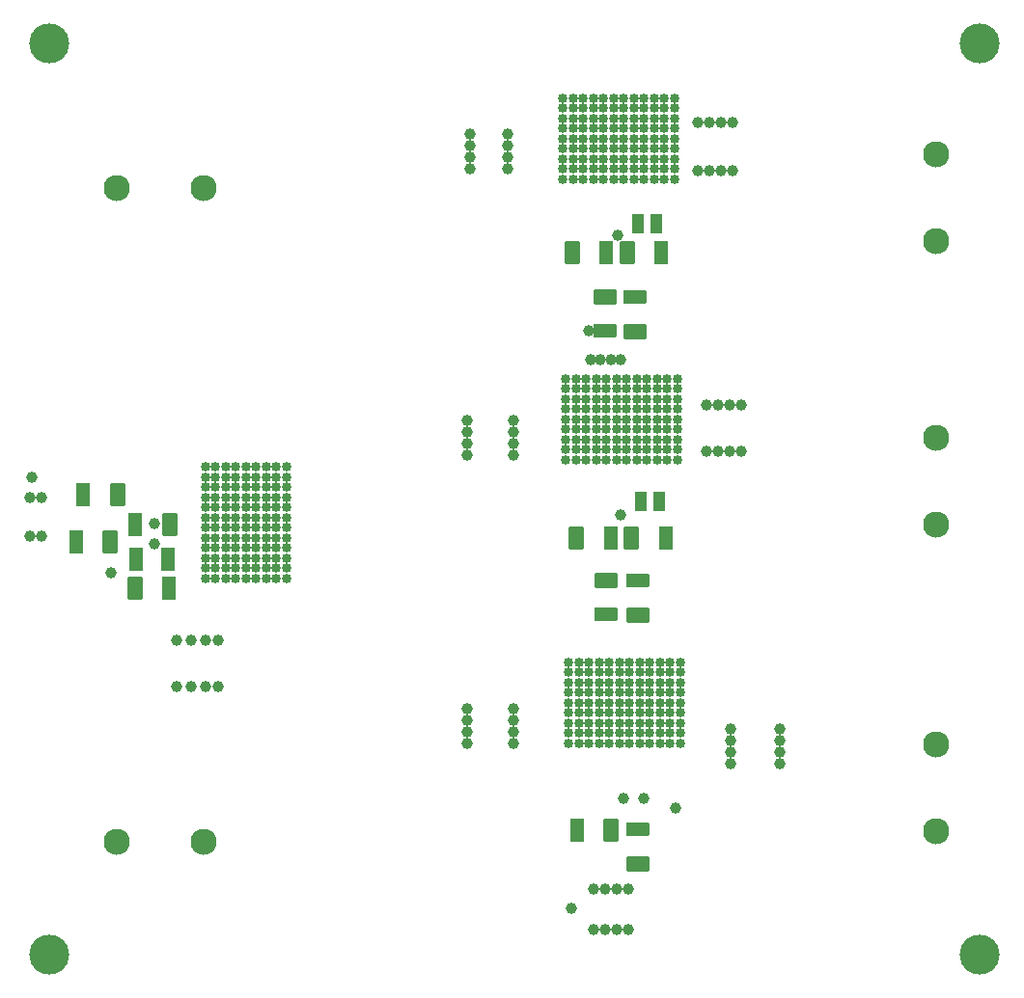
<source format=gbs>
G04*
G04 #@! TF.GenerationSoftware,Altium Limited,Altium Designer,21.6.4 (81)*
G04*
G04 Layer_Color=16711935*
%FSLAX25Y25*%
%MOIN*%
G70*
G04*
G04 #@! TF.SameCoordinates,F1B4013F-C6E7-459F-9AD8-EDA5B4F290C2*
G04*
G04*
G04 #@! TF.FilePolarity,Negative*
G04*
G01*
G75*
%ADD29R,0.04781X0.08281*%
%ADD33C,0.09055*%
%ADD34C,0.03937*%
%ADD35C,0.13780*%
%ADD36C,0.03347*%
G04:AMPARAMS|DCode=55|XSize=48.82mil|YSize=81.5mil|CornerRadius=8.5mil|HoleSize=0mil|Usage=FLASHONLY|Rotation=180.000|XOffset=0mil|YOffset=0mil|HoleType=Round|Shape=RoundedRectangle|*
%AMROUNDEDRECTD55*
21,1,0.04882,0.06450,0,0,180.0*
21,1,0.03183,0.08150,0,0,180.0*
1,1,0.01699,-0.01591,0.03225*
1,1,0.01699,0.01591,0.03225*
1,1,0.01699,0.01591,-0.03225*
1,1,0.01699,-0.01591,-0.03225*
%
%ADD55ROUNDEDRECTD55*%
G04:AMPARAMS|DCode=56|XSize=54.72mil|YSize=81.5mil|CornerRadius=8.91mil|HoleSize=0mil|Usage=FLASHONLY|Rotation=180.000|XOffset=0mil|YOffset=0mil|HoleType=Round|Shape=RoundedRectangle|*
%AMROUNDEDRECTD56*
21,1,0.05472,0.06368,0,0,180.0*
21,1,0.03691,0.08150,0,0,180.0*
1,1,0.01782,-0.01845,0.03184*
1,1,0.01782,0.01845,0.03184*
1,1,0.01782,0.01845,-0.03184*
1,1,0.01782,-0.01845,-0.03184*
%
%ADD56ROUNDEDRECTD56*%
G04:AMPARAMS|DCode=57|XSize=54.72mil|YSize=81.5mil|CornerRadius=8.91mil|HoleSize=0mil|Usage=FLASHONLY|Rotation=90.000|XOffset=0mil|YOffset=0mil|HoleType=Round|Shape=RoundedRectangle|*
%AMROUNDEDRECTD57*
21,1,0.05472,0.06368,0,0,90.0*
21,1,0.03691,0.08150,0,0,90.0*
1,1,0.01782,0.03184,0.01845*
1,1,0.01782,0.03184,-0.01845*
1,1,0.01782,-0.03184,-0.01845*
1,1,0.01782,-0.03184,0.01845*
%
%ADD57ROUNDEDRECTD57*%
G04:AMPARAMS|DCode=58|XSize=48.82mil|YSize=81.5mil|CornerRadius=8.5mil|HoleSize=0mil|Usage=FLASHONLY|Rotation=90.000|XOffset=0mil|YOffset=0mil|HoleType=Round|Shape=RoundedRectangle|*
%AMROUNDEDRECTD58*
21,1,0.04882,0.06450,0,0,90.0*
21,1,0.03183,0.08150,0,0,90.0*
1,1,0.01699,0.03225,0.01591*
1,1,0.01699,0.03225,-0.01591*
1,1,0.01699,-0.03225,-0.01591*
1,1,0.01699,-0.03225,0.01591*
%
%ADD58ROUNDEDRECTD58*%
%ADD59R,0.04331X0.06693*%
D29*
X42000Y148500D02*
D03*
X53000D02*
D03*
D33*
X65500Y51000D02*
D03*
X35500D02*
D03*
X318500Y190500D02*
D03*
Y160500D02*
D03*
X65500Y277000D02*
D03*
X35500D02*
D03*
X318500Y288500D02*
D03*
Y258500D02*
D03*
Y84500D02*
D03*
Y54500D02*
D03*
D34*
X6000Y177000D02*
D03*
X48500Y161000D02*
D03*
Y154000D02*
D03*
X66000Y104500D02*
D03*
X70500D02*
D03*
X56000D02*
D03*
X61000D02*
D03*
X212000Y34500D02*
D03*
X208000D02*
D03*
X204000D02*
D03*
X200000D02*
D03*
X264500Y78000D02*
D03*
Y82000D02*
D03*
Y86000D02*
D03*
Y90000D02*
D03*
X199000Y217500D02*
D03*
X202500D02*
D03*
X33500Y144000D02*
D03*
X157500Y283500D02*
D03*
Y287500D02*
D03*
Y291500D02*
D03*
Y295500D02*
D03*
X9500Y170000D02*
D03*
X5500D02*
D03*
X9500Y156500D02*
D03*
X5500D02*
D03*
X70500Y120500D02*
D03*
X66000D02*
D03*
X61000D02*
D03*
X56000D02*
D03*
X212000Y20500D02*
D03*
X208000D02*
D03*
X204000D02*
D03*
X200000D02*
D03*
X247500Y90000D02*
D03*
Y86000D02*
D03*
Y82000D02*
D03*
Y78000D02*
D03*
X156500Y97000D02*
D03*
Y93000D02*
D03*
Y89000D02*
D03*
Y85000D02*
D03*
Y184500D02*
D03*
Y188500D02*
D03*
Y192500D02*
D03*
Y196500D02*
D03*
X239000Y202000D02*
D03*
X243000D02*
D03*
X247000D02*
D03*
X251000D02*
D03*
X239000Y186000D02*
D03*
X243000D02*
D03*
X247000D02*
D03*
X251000D02*
D03*
X236000Y283000D02*
D03*
X240000D02*
D03*
X244000D02*
D03*
X248000D02*
D03*
X236000Y299500D02*
D03*
X240000D02*
D03*
X244000D02*
D03*
X248000D02*
D03*
X170500Y295500D02*
D03*
Y291500D02*
D03*
Y287500D02*
D03*
Y283500D02*
D03*
X172500Y196500D02*
D03*
Y192500D02*
D03*
Y188500D02*
D03*
Y184500D02*
D03*
Y85000D02*
D03*
Y89000D02*
D03*
Y93000D02*
D03*
Y97000D02*
D03*
X228500Y62500D02*
D03*
X210500Y66000D02*
D03*
X217500D02*
D03*
X192500Y28000D02*
D03*
X209500Y164000D02*
D03*
X198456Y227498D02*
D03*
X209500Y217500D02*
D03*
X206000D02*
D03*
X208500Y260500D02*
D03*
D35*
X12000Y327000D02*
D03*
Y12000D02*
D03*
X333500D02*
D03*
Y327000D02*
D03*
D36*
X66000Y180500D02*
D03*
Y177000D02*
D03*
Y173500D02*
D03*
Y170000D02*
D03*
Y166500D02*
D03*
Y163000D02*
D03*
Y159500D02*
D03*
Y156000D02*
D03*
Y152500D02*
D03*
Y149000D02*
D03*
Y145500D02*
D03*
Y142000D02*
D03*
X69500D02*
D03*
Y145500D02*
D03*
Y149000D02*
D03*
Y152500D02*
D03*
Y156000D02*
D03*
Y159500D02*
D03*
Y163000D02*
D03*
Y166500D02*
D03*
Y170000D02*
D03*
Y173500D02*
D03*
Y177000D02*
D03*
Y180500D02*
D03*
X73000Y142000D02*
D03*
Y145500D02*
D03*
Y149000D02*
D03*
Y152500D02*
D03*
Y156000D02*
D03*
Y159500D02*
D03*
Y163000D02*
D03*
Y166500D02*
D03*
Y170000D02*
D03*
Y173500D02*
D03*
Y177000D02*
D03*
Y180500D02*
D03*
X76500Y142000D02*
D03*
Y145500D02*
D03*
Y149000D02*
D03*
Y152500D02*
D03*
Y156000D02*
D03*
Y159500D02*
D03*
Y163000D02*
D03*
Y166500D02*
D03*
Y170000D02*
D03*
Y173500D02*
D03*
Y177000D02*
D03*
Y180500D02*
D03*
X80000Y142000D02*
D03*
Y145500D02*
D03*
Y149000D02*
D03*
Y152500D02*
D03*
Y156000D02*
D03*
Y159500D02*
D03*
Y163000D02*
D03*
Y166500D02*
D03*
Y170000D02*
D03*
Y173500D02*
D03*
Y177000D02*
D03*
Y180500D02*
D03*
X83500Y142000D02*
D03*
Y145500D02*
D03*
Y149000D02*
D03*
Y152500D02*
D03*
Y156000D02*
D03*
Y159500D02*
D03*
Y163000D02*
D03*
Y166500D02*
D03*
Y170000D02*
D03*
Y173500D02*
D03*
Y177000D02*
D03*
Y180500D02*
D03*
X87000Y142000D02*
D03*
Y145500D02*
D03*
Y149000D02*
D03*
Y152500D02*
D03*
Y156000D02*
D03*
Y159500D02*
D03*
Y163000D02*
D03*
Y166500D02*
D03*
Y170000D02*
D03*
Y173500D02*
D03*
Y177000D02*
D03*
Y180500D02*
D03*
X90500Y142000D02*
D03*
Y145500D02*
D03*
Y149000D02*
D03*
Y152500D02*
D03*
Y156000D02*
D03*
Y159500D02*
D03*
Y163000D02*
D03*
Y166500D02*
D03*
Y170000D02*
D03*
Y173500D02*
D03*
Y177000D02*
D03*
Y180500D02*
D03*
X94000Y142000D02*
D03*
Y145500D02*
D03*
Y149000D02*
D03*
Y152500D02*
D03*
Y156000D02*
D03*
Y159500D02*
D03*
Y163000D02*
D03*
Y166500D02*
D03*
Y170000D02*
D03*
Y173500D02*
D03*
Y177000D02*
D03*
Y180500D02*
D03*
X191500Y85000D02*
D03*
X195000D02*
D03*
X198500D02*
D03*
X202000D02*
D03*
X205500D02*
D03*
X209000D02*
D03*
X212500D02*
D03*
X216000D02*
D03*
X219500D02*
D03*
X223000D02*
D03*
X226500D02*
D03*
X230000D02*
D03*
Y88500D02*
D03*
X226500D02*
D03*
X223000D02*
D03*
X219500D02*
D03*
X216000D02*
D03*
X212500D02*
D03*
X209000D02*
D03*
X205500D02*
D03*
X202000D02*
D03*
X198500D02*
D03*
X195000D02*
D03*
X191500D02*
D03*
X230000Y92000D02*
D03*
X226500D02*
D03*
X223000D02*
D03*
X219500D02*
D03*
X216000D02*
D03*
X212500D02*
D03*
X209000D02*
D03*
X205500D02*
D03*
X202000D02*
D03*
X198500D02*
D03*
X195000D02*
D03*
X191500D02*
D03*
X230000Y95500D02*
D03*
X226500D02*
D03*
X223000D02*
D03*
X219500D02*
D03*
X216000D02*
D03*
X212500D02*
D03*
X209000D02*
D03*
X205500D02*
D03*
X202000D02*
D03*
X198500D02*
D03*
X195000D02*
D03*
X191500D02*
D03*
X230000Y99000D02*
D03*
X226500D02*
D03*
X223000D02*
D03*
X219500D02*
D03*
X216000D02*
D03*
X212500D02*
D03*
X209000D02*
D03*
X205500D02*
D03*
X202000D02*
D03*
X198500D02*
D03*
X195000D02*
D03*
X191500D02*
D03*
X230000Y102500D02*
D03*
X226500D02*
D03*
X223000D02*
D03*
X219500D02*
D03*
X216000D02*
D03*
X212500D02*
D03*
X209000D02*
D03*
X205500D02*
D03*
X202000D02*
D03*
X198500D02*
D03*
X195000D02*
D03*
X191500D02*
D03*
X230000Y106000D02*
D03*
X226500D02*
D03*
X223000D02*
D03*
X219500D02*
D03*
X216000D02*
D03*
X212500D02*
D03*
X209000D02*
D03*
X205500D02*
D03*
X202000D02*
D03*
X198500D02*
D03*
X195000D02*
D03*
X191500D02*
D03*
X230000Y109500D02*
D03*
X226500D02*
D03*
X223000D02*
D03*
X219500D02*
D03*
X216000D02*
D03*
X212500D02*
D03*
X209000D02*
D03*
X205500D02*
D03*
X202000D02*
D03*
X198500D02*
D03*
X195000D02*
D03*
X191500D02*
D03*
X230000Y113000D02*
D03*
X226500D02*
D03*
X223000D02*
D03*
X219500D02*
D03*
X216000D02*
D03*
X212500D02*
D03*
X209000D02*
D03*
X205500D02*
D03*
X202000D02*
D03*
X198500D02*
D03*
X195000D02*
D03*
X191500D02*
D03*
X190500Y183000D02*
D03*
X194000D02*
D03*
X197500D02*
D03*
X201000D02*
D03*
X204500D02*
D03*
X208000D02*
D03*
X211500D02*
D03*
X215000D02*
D03*
X218500D02*
D03*
X222000D02*
D03*
X225500D02*
D03*
X229000D02*
D03*
Y186500D02*
D03*
X225500D02*
D03*
X222000D02*
D03*
X218500D02*
D03*
X215000D02*
D03*
X211500D02*
D03*
X208000D02*
D03*
X204500D02*
D03*
X201000D02*
D03*
X197500D02*
D03*
X194000D02*
D03*
X190500D02*
D03*
X229000Y190000D02*
D03*
X225500D02*
D03*
X222000D02*
D03*
X218500D02*
D03*
X215000D02*
D03*
X211500D02*
D03*
X208000D02*
D03*
X204500D02*
D03*
X201000D02*
D03*
X197500D02*
D03*
X194000D02*
D03*
X190500D02*
D03*
X229000Y193500D02*
D03*
X225500D02*
D03*
X222000D02*
D03*
X218500D02*
D03*
X215000D02*
D03*
X211500D02*
D03*
X208000D02*
D03*
X204500D02*
D03*
X201000D02*
D03*
X197500D02*
D03*
X194000D02*
D03*
X190500D02*
D03*
X229000Y197000D02*
D03*
X225500D02*
D03*
X222000D02*
D03*
X218500D02*
D03*
X215000D02*
D03*
X211500D02*
D03*
X208000D02*
D03*
X204500D02*
D03*
X201000D02*
D03*
X197500D02*
D03*
X194000D02*
D03*
X190500D02*
D03*
X229000Y200500D02*
D03*
X225500D02*
D03*
X222000D02*
D03*
X218500D02*
D03*
X215000D02*
D03*
X211500D02*
D03*
X208000D02*
D03*
X204500D02*
D03*
X201000D02*
D03*
X197500D02*
D03*
X194000D02*
D03*
X190500D02*
D03*
X229000Y204000D02*
D03*
X225500D02*
D03*
X222000D02*
D03*
X218500D02*
D03*
X215000D02*
D03*
X211500D02*
D03*
X208000D02*
D03*
X204500D02*
D03*
X201000D02*
D03*
X197500D02*
D03*
X194000D02*
D03*
X190500D02*
D03*
X229000Y207500D02*
D03*
X225500D02*
D03*
X222000D02*
D03*
X218500D02*
D03*
X215000D02*
D03*
X211500D02*
D03*
X208000D02*
D03*
X204500D02*
D03*
X201000D02*
D03*
X197500D02*
D03*
X194000D02*
D03*
X190500D02*
D03*
X229000Y211000D02*
D03*
X225500D02*
D03*
X222000D02*
D03*
X218500D02*
D03*
X215000D02*
D03*
X211500D02*
D03*
X208000D02*
D03*
X204500D02*
D03*
X201000D02*
D03*
X197500D02*
D03*
X194000D02*
D03*
X190500D02*
D03*
X189500Y308000D02*
D03*
X193000D02*
D03*
X196500D02*
D03*
X200000D02*
D03*
X203500D02*
D03*
X207000D02*
D03*
X210500D02*
D03*
X214000D02*
D03*
X217500D02*
D03*
X221000D02*
D03*
X224500D02*
D03*
X228000D02*
D03*
X189500Y304500D02*
D03*
X193000D02*
D03*
X196500D02*
D03*
X200000D02*
D03*
X203500D02*
D03*
X207000D02*
D03*
X210500D02*
D03*
X214000D02*
D03*
X217500D02*
D03*
X221000D02*
D03*
X224500D02*
D03*
X228000D02*
D03*
X189500Y301000D02*
D03*
X193000D02*
D03*
X196500D02*
D03*
X200000D02*
D03*
X203500D02*
D03*
X207000D02*
D03*
X210500D02*
D03*
X214000D02*
D03*
X217500D02*
D03*
X221000D02*
D03*
X224500D02*
D03*
X228000D02*
D03*
X189500Y297500D02*
D03*
X193000D02*
D03*
X196500D02*
D03*
X200000D02*
D03*
X203500D02*
D03*
X207000D02*
D03*
X210500D02*
D03*
X214000D02*
D03*
X217500D02*
D03*
X221000D02*
D03*
X224500D02*
D03*
X228000D02*
D03*
X189500Y294000D02*
D03*
X193000D02*
D03*
X196500D02*
D03*
X200000D02*
D03*
X203500D02*
D03*
X207000D02*
D03*
X210500D02*
D03*
X214000D02*
D03*
X217500D02*
D03*
X221000D02*
D03*
X224500D02*
D03*
X228000D02*
D03*
X189500Y290500D02*
D03*
X193000D02*
D03*
X196500D02*
D03*
X200000D02*
D03*
X203500D02*
D03*
X207000D02*
D03*
X210500D02*
D03*
X214000D02*
D03*
X217500D02*
D03*
X221000D02*
D03*
X224500D02*
D03*
X228000D02*
D03*
X189500Y287000D02*
D03*
X193000D02*
D03*
X196500D02*
D03*
X200000D02*
D03*
X203500D02*
D03*
X207000D02*
D03*
X210500D02*
D03*
X214000D02*
D03*
X217500D02*
D03*
X221000D02*
D03*
X224500D02*
D03*
X228000D02*
D03*
X189500Y283500D02*
D03*
X193000D02*
D03*
X196500D02*
D03*
X200000D02*
D03*
X203500D02*
D03*
X207000D02*
D03*
X210500D02*
D03*
X214000D02*
D03*
X217500D02*
D03*
X221000D02*
D03*
X224500D02*
D03*
X228000D02*
D03*
Y280000D02*
D03*
X224500D02*
D03*
X221000D02*
D03*
X217500D02*
D03*
X214000D02*
D03*
X210500D02*
D03*
X207000D02*
D03*
X203500D02*
D03*
X200000D02*
D03*
X196500D02*
D03*
X193000D02*
D03*
X189500D02*
D03*
D55*
X23937Y171000D02*
D03*
X21437Y154500D02*
D03*
X41937Y160500D02*
D03*
X53563Y138500D02*
D03*
X194437Y55000D02*
D03*
X223563Y254500D02*
D03*
X204563D02*
D03*
X225063Y156000D02*
D03*
X206063D02*
D03*
D56*
X35768Y171000D02*
D03*
X33268Y154500D02*
D03*
X53768Y160500D02*
D03*
X41732Y138500D02*
D03*
X206268Y55000D02*
D03*
X211732Y254500D02*
D03*
X192732D02*
D03*
X213232Y156000D02*
D03*
X194232D02*
D03*
D57*
X215500Y43232D02*
D03*
X204030Y239315D02*
D03*
X214500Y227232D02*
D03*
X204500Y141268D02*
D03*
X215500Y129232D02*
D03*
D58*
Y55063D02*
D03*
X204030Y227484D02*
D03*
X214500Y239063D02*
D03*
X204500Y129437D02*
D03*
X215500Y141063D02*
D03*
D59*
X216350Y168500D02*
D03*
X222650D02*
D03*
X215350Y264500D02*
D03*
X221650D02*
D03*
M02*

</source>
